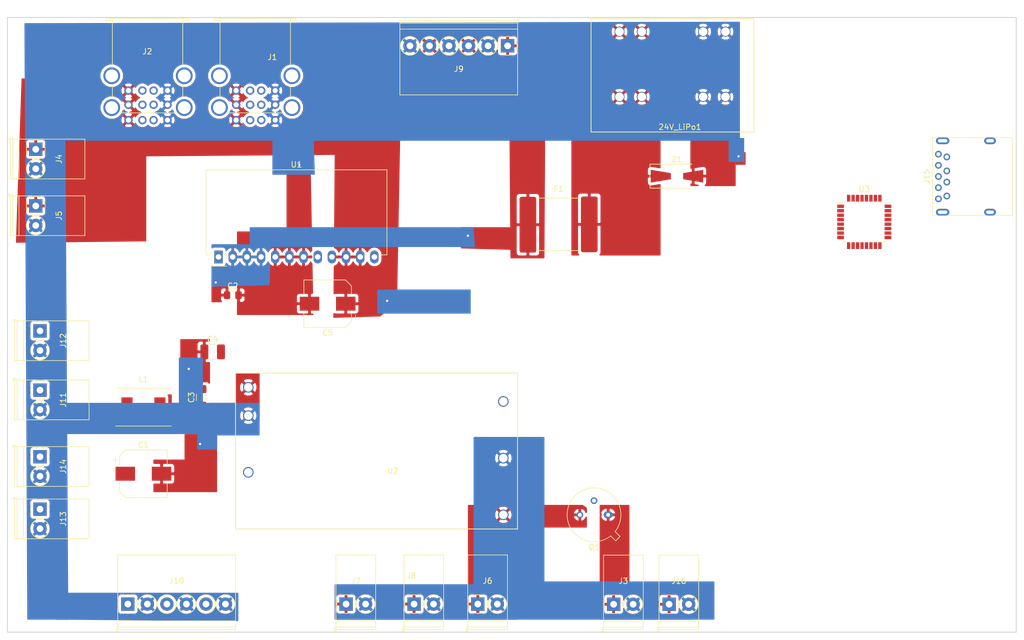
<source format=kicad_pcb>
(kicad_pcb (version 20171130) (host pcbnew "(5.0.0)")
  (layers (0 F.Cu signal) (31 B.Cu signal hide) (34 B.Paste user) (35 F.Paste user) (36 B.SilkS user) (37 F.SilkS user) (38 B.Mask user) (39 F.Mask user) (44 Edge.Cuts user))
  (net 0 "")
  (net 1 "Net-(24V_LiPo1-Pad1)")
  (net 2 GND)
  (net 3 24v)
  (net 4 "Net-(C3-Pad1)")
  (net 5 12v-)
  (net 6 5v+)
  (net 7 "Net-(J1-Pad2)")
  (net 8 "Net-(J1-Pad3)")
  (net 9 "Net-(J1-Pad5)")
  (net 10 "Net-(J2-Pad2)")
  (net 11 "Net-(J2-Pad3)")
  (net 12 "Net-(J2-Pad5)")
  (net 13 "Net-(J16-Pad1)")
  (net 14 12v+)
  (net 15 SDA0_B)
  (net 16 SDA1_B)
  (net 17 SCL1_B)
  (net 18 "Net-(J15-Pad10)")
  (module PowerBoardV5:Molex_80A (layer F.Cu) (at 142.494 34.036)
    (fp_text reference 24V_LiPo1 (at 10.824 5.412) (layer F.SilkS))
    (fp_text value Battery)
    (pad 1 thru_hole circle (at 0 0) (size 1.8 1.8) (drill 1.52) (layers *.Cu *.Mask) (net 1 "Net-(24V_LiPo1-Pad1)"))
    (pad 1 thru_hole circle (at 0 -11.68) (size 1.8 1.8) (drill 1.52) (layers *.Cu *.Mask) (net 1 "Net-(24V_LiPo1-Pad1)"))
    (pad 1 thru_hole circle (at 4 -11.68) (size 1.8 1.8) (drill 1.52) (layers *.Cu *.Mask) (net 1 "Net-(24V_LiPo1-Pad1)"))
    (pad 1 thru_hole circle (at 4 0) (size 1.8 1.8) (drill 1.52) (layers *.Cu *.Mask) (net 1 "Net-(24V_LiPo1-Pad1)"))
    (pad 2 thru_hole circle (at 15 -11.68) (size 1.8 1.8) (drill 1.52) (layers *.Cu *.Mask) (net 2 GND))
    (pad 2 thru_hole circle (at 15 0) (size 1.8 1.8) (drill 1.52) (layers *.Cu *.Mask) (net 2 GND))
    (pad 2 thru_hole circle (at 19 -11.68) (size 1.8 1.8) (drill 1.52) (layers *.Cu *.Mask) (net 2 GND))
    (pad 2 thru_hole circle (at 19 0) (size 1.8 1.8) (drill 1.52) (layers *.Cu *.Mask) (net 2 GND))
  )
  (module Capacitor_SMD:CP_Elec_8x10 (layer F.Cu) (at 57.15 101.6)
    (fp_text reference C1 (at 0 -5.2) (layer F.SilkS))
    (fp_text value 100uF)
    (pad 1 smd rect (at -3.25 0) (size 3.5 2.5) (layers F.Cu F.Paste F.Mask) (net 3 24v))
    (pad 2 smd rect (at 3.25 0) (size 3.5 2.5) (layers F.Cu F.Paste F.Mask) (net 2 GND))
  )
  (module Capacitor_SMD:C_0805_2012Metric_Pad1.15x1.40mm_HandSolder (layer F.Cu) (at 73.161 69.596)
    (fp_text reference C2 (at 0 -1.65) (layer F.SilkS))
    (fp_text value 1uF)
    (pad 1 smd roundrect (at -1.025 0) (size 1.15 1.4) (layers F.Cu F.Paste F.Mask) (roundrect_rratio 0.217391) (net 3 24v))
    (pad 2 smd roundrect (at 1.025 0) (size 1.15 1.4) (layers F.Cu F.Paste F.Mask) (roundrect_rratio 0.217391) (net 2 GND))
  )
  (module Capacitor_SMD:C_1206_3216Metric_Pad1.42x1.75mm_HandSolder (layer F.Cu) (at 67.564 87.9205 90)
    (fp_text reference C3 (at 0 -1.82 90) (layer F.SilkS))
    (fp_text value 6.8uF)
    (pad 1 smd roundrect (at -1.4875 0 90) (size 1.425 1.75) (layers F.Cu F.Paste F.Mask) (roundrect_rratio 0.175439) (net 4 "Net-(C3-Pad1)"))
    (pad 2 smd roundrect (at 1.4875 0 90) (size 1.425 1.75) (layers F.Cu F.Paste F.Mask) (roundrect_rratio 0.175439) (net 2 GND))
  )
  (module Capacitor_SMD:C_1210_3225Metric_Pad1.42x2.65mm_HandSolder (layer F.Cu) (at 69.5595 79.756)
    (fp_text reference C4 (at 0 -2.28) (layer F.SilkS))
    (fp_text value 6.8nF)
    (pad 1 smd roundrect (at -1.4875 0) (size 1.425 2.65) (layers F.Cu F.Paste F.Mask) (roundrect_rratio 0.175439) (net 2 GND))
    (pad 2 smd roundrect (at 1.4875 0) (size 1.425 2.65) (layers F.Cu F.Paste F.Mask) (roundrect_rratio 0.175439) (net 5 12v-))
  )
  (module Capacitor_SMD:CP_Elec_8x10 (layer F.Cu) (at 90.17 71.12 180)
    (fp_text reference C5 (at 0 -5.2 180) (layer F.SilkS))
    (fp_text value 100uF)
    (pad 2 smd rect (at 3.25 0 180) (size 3.5 2.5) (layers F.Cu F.Paste F.Mask) (net 2 GND))
    (pad 1 smd rect (at -3.25 0 180) (size 3.5 2.5) (layers F.Cu F.Paste F.Mask) (net 6 5v+))
  )
  (module PowerBoardV5:80A_SMD_Fuse (layer F.Cu) (at 131.572 56.896)
    (fp_text reference F1 (at 0 -6.35) (layer F.SilkS))
    (fp_text value 80A)
    (pad 1 smd roundrect (at -5.5 0.0635) (size 3 10) (layers F.Cu F.Paste F.Mask) (roundrect_rratio 0.119) (net 3 24v))
    (pad 2 smd roundrect (at 5.5 0) (size 3 10) (layers F.Cu F.Paste F.Mask) (roundrect_rratio 0.119) (net 1 "Net-(24V_LiPo1-Pad1)"))
  )
  (module PowerBoardV5:USB_A_PowerONLY_3Stacked (layer F.Cu) (at 80.772 35.56)
    (fp_text reference J1 (at -0.508 -8.636) (layer F.SilkS))
    (fp_text value Pi+Jet)
    (pad 1 thru_hole circle (at -7 -2.65 180) (size 1.5 1.5) (drill 0.92) (layers *.Cu *.Mask) (net 6 5v+))
    (pad 2 thru_hole circle (at -4.5 -2.65 180) (size 1.5 1.5) (drill 0.92) (layers *.Cu *.Mask) (net 7 "Net-(J1-Pad2)"))
    (pad 3 thru_hole circle (at -2.5 -2.65 180) (size 1.5 1.5) (drill 0.92) (layers *.Cu *.Mask) (net 8 "Net-(J1-Pad3)"))
    (pad 4 thru_hole circle (at 0 -2.65 180) (size 1.5 1.5) (drill 0.9) (layers *.Cu *.Mask) (net 2 GND))
    (pad 5 thru_hole circle (at -10 -5.3 180) (size 3 3) (drill 2.3) (layers *.Cu *.Mask) (net 9 "Net-(J1-Pad5)"))
    (pad 5 thru_hole circle (at 3 -5.3 180) (size 3 3) (drill 2.3) (layers *.Cu *.Mask) (net 9 "Net-(J1-Pad5)"))
    (pad 1 thru_hole circle (at -7 -0.1016 180) (size 1.5 1.5) (drill 0.92) (layers *.Cu *.Mask) (net 6 5v+))
    (pad 2 thru_hole circle (at -4.5 -0.1016 180) (size 1.5 1.5) (drill 0.92) (layers *.Cu *.Mask) (net 7 "Net-(J1-Pad2)"))
    (pad 3 thru_hole circle (at -2.5 -0.1016 180) (size 1.5 1.5) (drill 0.92) (layers *.Cu *.Mask) (net 8 "Net-(J1-Pad3)"))
    (pad 4 thru_hole circle (at 0 -0.1016 180) (size 1.5 1.5) (drill 0.9) (layers *.Cu *.Mask) (net 2 GND))
    (pad 5 thru_hole circle (at 3 0.4 180) (size 3 3) (drill 2.3) (layers *.Cu *.Mask) (net 9 "Net-(J1-Pad5)"))
    (pad 5 thru_hole circle (at -10 0.4 180) (size 3 3) (drill 2.3) (layers *.Cu *.Mask) (net 9 "Net-(J1-Pad5)"))
    (pad 1 thru_hole circle (at -7 2.65 180) (size 1.5 1.5) (drill 0.92) (layers *.Cu *.Mask) (net 6 5v+))
    (pad 3 thru_hole circle (at -2.5 2.65 180) (size 1.5 1.5) (drill 0.92) (layers *.Cu *.Mask) (net 8 "Net-(J1-Pad3)"))
    (pad 2 thru_hole circle (at -4.5 2.65 180) (size 1.5 1.5) (drill 0.92) (layers *.Cu *.Mask) (net 7 "Net-(J1-Pad2)"))
    (pad 4 thru_hole circle (at 0 2.65 180) (size 1.5 1.5) (drill 0.9) (layers *.Cu *.Mask) (net 2 GND))
  )
  (module PowerBoardV5:USB_A_PowerONLY_3Stacked (layer F.Cu) (at 61.468 35.56)
    (fp_text reference J2 (at -3.6195 -9.652) (layer F.SilkS))
    (fp_text value "USB xtra")
    (pad 4 thru_hole circle (at 0 2.65 180) (size 1.5 1.5) (drill 0.9) (layers *.Cu *.Mask) (net 2 GND))
    (pad 2 thru_hole circle (at -4.5 2.65 180) (size 1.5 1.5) (drill 0.92) (layers *.Cu *.Mask) (net 10 "Net-(J2-Pad2)"))
    (pad 3 thru_hole circle (at -2.5 2.65 180) (size 1.5 1.5) (drill 0.92) (layers *.Cu *.Mask) (net 11 "Net-(J2-Pad3)"))
    (pad 1 thru_hole circle (at -7 2.65 180) (size 1.5 1.5) (drill 0.92) (layers *.Cu *.Mask) (net 6 5v+))
    (pad 5 thru_hole circle (at -10 0.4 180) (size 3 3) (drill 2.3) (layers *.Cu *.Mask) (net 12 "Net-(J2-Pad5)"))
    (pad 5 thru_hole circle (at 3 0.4 180) (size 3 3) (drill 2.3) (layers *.Cu *.Mask) (net 12 "Net-(J2-Pad5)"))
    (pad 4 thru_hole circle (at 0 -0.1016 180) (size 1.5 1.5) (drill 0.9) (layers *.Cu *.Mask) (net 2 GND))
    (pad 3 thru_hole circle (at -2.5 -0.1016 180) (size 1.5 1.5) (drill 0.92) (layers *.Cu *.Mask) (net 11 "Net-(J2-Pad3)"))
    (pad 2 thru_hole circle (at -4.5 -0.1016 180) (size 1.5 1.5) (drill 0.92) (layers *.Cu *.Mask) (net 10 "Net-(J2-Pad2)"))
    (pad 1 thru_hole circle (at -7 -0.1016 180) (size 1.5 1.5) (drill 0.92) (layers *.Cu *.Mask) (net 6 5v+))
    (pad 5 thru_hole circle (at 3 -5.3 180) (size 3 3) (drill 2.3) (layers *.Cu *.Mask) (net 12 "Net-(J2-Pad5)"))
    (pad 5 thru_hole circle (at -10 -5.3 180) (size 3 3) (drill 2.3) (layers *.Cu *.Mask) (net 12 "Net-(J2-Pad5)"))
    (pad 4 thru_hole circle (at 0 -2.65 180) (size 1.5 1.5) (drill 0.9) (layers *.Cu *.Mask) (net 2 GND))
    (pad 3 thru_hole circle (at -2.5 -2.65 180) (size 1.5 1.5) (drill 0.92) (layers *.Cu *.Mask) (net 11 "Net-(J2-Pad3)"))
    (pad 2 thru_hole circle (at -4.5 -2.65 180) (size 1.5 1.5) (drill 0.92) (layers *.Cu *.Mask) (net 10 "Net-(J2-Pad2)"))
    (pad 1 thru_hole circle (at -7 -2.65 180) (size 1.5 1.5) (drill 0.92) (layers *.Cu *.Mask) (net 6 5v+))
  )
  (module PowerBoardV5:2Pos_Tilt_Pheonix (layer F.Cu) (at 141.438177 125.001364)
    (fp_text reference J3 (at 1.75 -4.16) (layer F.SilkS))
    (fp_text value Fans)
    (pad 2 thru_hole circle (at 3.5 0) (size 2.4 2.4) (drill 1.2) (layers *.Cu *.Mask) (net 5 12v-))
    (pad 1 thru_hole rect (at 0 0) (size 2.4 2.4) (drill 1.2) (layers *.Cu *.Mask) (net 13 "Net-(J16-Pad1)"))
  )
  (module PowerBoardV5:2Pos_Tilt_Pheonix (layer F.Cu) (at 37.846 43.434 270)
    (fp_text reference J4 (at 1.75 -4.16 270) (layer F.SilkS))
    (fp_text value "5v xtra")
    (pad 2 thru_hole circle (at 3.5 0 270) (size 2.4 2.4) (drill 1.2) (layers *.Cu *.Mask) (net 2 GND))
    (pad 1 thru_hole rect (at 0 0 270) (size 2.4 2.4) (drill 1.2) (layers *.Cu *.Mask) (net 6 5v+))
  )
  (module PowerBoardV5:2Pos_Tilt_Pheonix (layer F.Cu) (at 37.846 53.594 270)
    (fp_text reference J5 (at 1.75 -4.16 270) (layer F.SilkS))
    (fp_text value "5v xtra")
    (pad 1 thru_hole rect (at 0 0 270) (size 2.4 2.4) (drill 1.2) (layers *.Cu *.Mask) (net 6 5v+))
    (pad 2 thru_hole circle (at 3.5 0 270) (size 2.4 2.4) (drill 1.2) (layers *.Cu *.Mask) (net 2 GND))
  )
  (module PowerBoardV5:2Pos_Tilt_Pheonix (layer F.Cu) (at 117.094 124.968)
    (fp_text reference J6 (at 1.75 -4.16) (layer F.SilkS))
    (fp_text value ETH)
    (pad 1 thru_hole rect (at 0 0) (size 2.4 2.4) (drill 1.2) (layers *.Cu *.Mask) (net 14 12v+))
    (pad 2 thru_hole circle (at 3.5 0) (size 2.4 2.4) (drill 1.2) (layers *.Cu *.Mask) (net 5 12v-))
  )
  (module PowerBoardV5:2Pos_Tilt_Pheonix (layer F.Cu) (at 93.472 124.968)
    (fp_text reference J7 (at 1.75 -4.16) (layer F.SilkS))
    (fp_text value "12v xtra")
    (pad 2 thru_hole circle (at 3.5 0) (size 2.4 2.4) (drill 1.2) (layers *.Cu *.Mask) (net 5 12v-))
    (pad 1 thru_hole rect (at 0 0) (size 2.4 2.4) (drill 1.2) (layers *.Cu *.Mask) (net 14 12v+))
  )
  (module PowerBoardV5:2Pos_Tilt_Pheonix (layer F.Cu) (at 105.664 124.968)
    (fp_text reference J8 (at -0.508 -5.08) (layer F.SilkS))
    (fp_text value "12v xtra")
    (pad 2 thru_hole circle (at 3.5 0) (size 2.4 2.4) (drill 1.2) (layers *.Cu *.Mask) (net 5 12v-))
    (pad 1 thru_hole rect (at 0 0) (size 2.4 2.4) (drill 1.2) (layers *.Cu *.Mask) (net 14 12v+))
  )
  (module PowerBoardV5:6Pos_Tilt_Pheonix (layer F.Cu) (at 122.428 24.892 180)
    (fp_text reference J9 (at 8.75 -4.16 180) (layer F.SilkS))
    (fp_text value "Motors Right terminal")
    (pad 1 thru_hole rect (at 0 0 180) (size 2.4 2.4) (drill 1.2) (layers *.Cu *.Mask) (net 3 24v))
    (pad 2 thru_hole circle (at 3.5 0 180) (size 2.4 2.4) (drill 1.2) (layers *.Cu *.Mask) (net 2 GND))
    (pad 3 thru_hole circle (at 7 0 180) (size 2.4 2.4) (drill 1.2) (layers *.Cu *.Mask) (net 3 24v))
    (pad 4 thru_hole circle (at 10.5 0 180) (size 2.4 2.4) (drill 1.2) (layers *.Cu *.Mask) (net 2 GND))
    (pad 5 thru_hole circle (at 14 0 180) (size 2.4 2.4) (drill 1.2) (layers *.Cu *.Mask) (net 3 24v))
    (pad 6 thru_hole circle (at 17.5 0 180) (size 2.4 2.4) (drill 1.2) (layers *.Cu *.Mask) (net 2 GND))
  )
  (module PowerBoardV5:6Pos_Tilt_Pheonix (layer F.Cu) (at 54.356 124.968)
    (fp_text reference J10 (at 8.75 -4.16) (layer F.SilkS))
    (fp_text value "Motors left terminal")
    (pad 6 thru_hole circle (at 17.5 0) (size 2.4 2.4) (drill 1.2) (layers *.Cu *.Mask) (net 2 GND))
    (pad 5 thru_hole circle (at 14 0) (size 2.4 2.4) (drill 1.2) (layers *.Cu *.Mask) (net 3 24v))
    (pad 4 thru_hole circle (at 10.5 0) (size 2.4 2.4) (drill 1.2) (layers *.Cu *.Mask) (net 2 GND))
    (pad 3 thru_hole circle (at 7 0) (size 2.4 2.4) (drill 1.2) (layers *.Cu *.Mask) (net 3 24v))
    (pad 2 thru_hole circle (at 3.5 0) (size 2.4 2.4) (drill 1.2) (layers *.Cu *.Mask) (net 2 GND))
    (pad 1 thru_hole rect (at 0 0) (size 2.4 2.4) (drill 1.2) (layers *.Cu *.Mask) (net 3 24v))
  )
  (module PowerBoardV5:2Pos_Tilt_Pheonix (layer F.Cu) (at 38.608 86.614 270)
    (fp_text reference J11 (at 1.75 -4.16 270) (layer F.SilkS))
    (fp_text value "Arm 24v")
    (pad 2 thru_hole circle (at 3.5 0 270) (size 2.4 2.4) (drill 1.2) (layers *.Cu *.Mask) (net 2 GND))
    (pad 1 thru_hole rect (at 0 0 270) (size 2.4 2.4) (drill 1.2) (layers *.Cu *.Mask) (net 3 24v))
  )
  (module PowerBoardV5:2Pos_Tilt_Pheonix (layer F.Cu) (at 38.608 76.002 270)
    (fp_text reference J12 (at 1.75 -4.16 270) (layer F.SilkS))
    (fp_text value "Fr. Atch 24v")
    (pad 1 thru_hole rect (at 0 0 270) (size 2.4 2.4) (drill 1.2) (layers *.Cu *.Mask) (net 3 24v))
    (pad 2 thru_hole circle (at 3.5 0 270) (size 2.4 2.4) (drill 1.2) (layers *.Cu *.Mask) (net 2 GND))
  )
  (module PowerBoardV5:2Pos_Tilt_Pheonix (layer F.Cu) (at 38.608 107.95 270)
    (fp_text reference J13 (at 1.75 -4.16 270) (layer F.SilkS))
    (fp_text value "24v xtra")
    (pad 1 thru_hole rect (at 0 0 270) (size 2.4 2.4) (drill 1.2) (layers *.Cu *.Mask) (net 3 24v))
    (pad 2 thru_hole circle (at 3.5 0 270) (size 2.4 2.4) (drill 1.2) (layers *.Cu *.Mask) (net 2 GND))
  )
  (module PowerBoardV5:2Pos_Tilt_Pheonix (layer F.Cu) (at 38.608 98.552 270)
    (fp_text reference J14 (at 1.75 -4.16 270) (layer F.SilkS))
    (fp_text value "24v xtra")
    (pad 1 thru_hole rect (at 0 0 270) (size 2.4 2.4) (drill 1.2) (layers *.Cu *.Mask) (net 3 24v))
    (pad 2 thru_hole circle (at 3.5 0 270) (size 2.4 2.4) (drill 1.2) (layers *.Cu *.Mask) (net 2 GND))
  )
  (module Connector_USB:USB3_A_Molex_48393-001 (layer F.Cu) (at 201.168 51.816 90)
    (fp_text reference J15 (at 3.5 -3.6 90) (layer F.SilkS))
    (fp_text value USB3_A)
    (pad 1 thru_hole circle (at 0 0 90) (size 1.2 1.2) (drill 0.7) (layers *.Cu *.Mask))
    (pad 2 thru_hole circle (at 2.5 0 90) (size 1.2 1.2) (drill 0.7) (layers *.Cu *.Mask) (net 15 SDA0_B))
    (pad 3 thru_hole circle (at 4.5 0 90) (size 1.2 1.2) (drill 0.7) (layers *.Cu *.Mask) (net 16 SDA1_B))
    (pad 4 thru_hole circle (at 7 0 90) (size 1.2 1.2) (drill 0.7) (layers *.Cu *.Mask))
    (pad 5 thru_hole circle (at 7.5 -1.5 90) (size 1.2 1.2) (drill 0.7) (layers *.Cu *.Mask))
    (pad 6 thru_hole circle (at 5.5 -1.5 90) (size 1.2 1.2) (drill 0.7) (layers *.Cu *.Mask))
    (pad 7 thru_hole circle (at 3.5 -1.5 90) (size 1.2 1.2) (drill 0.7) (layers *.Cu *.Mask))
    (pad 8 thru_hole circle (at 1.5 -1.5 90) (size 1.2 1.2) (drill 0.7) (layers *.Cu *.Mask) (net 17 SCL1_B))
    (pad 9 thru_hole circle (at -0.5 -1.5 90) (size 1.2 1.2) (drill 0.7) (layers *.Cu *.Mask))
    (pad 10 thru_hole oval (at 9.9 -0.75 90) (size 1.2 2.4) (drill oval 0.6 1.7) (layers *.Cu *.Mask) (net 18 "Net-(J15-Pad10)"))
    (pad 10 thru_hole oval (at -2.9 -0.75 90) (size 1.2 2.4) (drill oval 0.6 1.7) (layers *.Cu *.Mask) (net 18 "Net-(J15-Pad10)"))
    (pad 10 thru_hole oval (at 9.9 7.75 90) (size 1.2 2.1) (drill oval 0.6 1.4) (layers *.Cu *.Mask) (net 18 "Net-(J15-Pad10)"))
    (pad 10 thru_hole oval (at -2.9 7.75 90) (size 1.2 2.1) (drill oval 0.6 1.4) (layers *.Cu *.Mask) (net 18 "Net-(J15-Pad10)"))
  )
  (module PowerBoardV5:2Pos_Tilt_Pheonix (layer F.Cu) (at 151.384 125.001364)
    (fp_text reference J16 (at 1.75 -4.16) (layer F.SilkS))
    (fp_text value Fans)
    (pad 1 thru_hole rect (at 0 0) (size 2.4 2.4) (drill 1.2) (layers *.Cu *.Mask) (net 13 "Net-(J16-Pad1)"))
    (pad 2 thru_hole circle (at 3.5 0) (size 2.4 2.4) (drill 1.2) (layers *.Cu *.Mask) (net 5 12v-))
  )
  (module PowerBoardV5:Inductor_4.7uH (layer F.Cu) (at 57.15 89.662)
    (fp_text reference L1 (at 0 -5) (layer F.SilkS))
    (fp_text value 4.7uH)
    (pad 1 smd rect (at -2.95 0) (size 2 3.5) (layers F.Cu F.Paste F.Mask) (net 3 24v))
    (pad 2 smd rect (at 2.95 0) (size 2 3.5) (layers F.Cu F.Paste F.Mask) (net 4 "Net-(C3-Pad1)"))
  )
  (module Package_TO_SOT_THT:TO-39-3 (layer F.Cu) (at 140.462 108.966 180)
    (fp_text reference Q1 (at 2.54 -5.82 180) (layer F.SilkS))
    (fp_text value 2N2219)
    (pad 1 thru_hole oval (at 0 0 180) (size 1.6 1.2) (drill 0.7) (layers *.Cu *.Mask) (net 13 "Net-(J16-Pad1)"))
    (pad 2 thru_hole oval (at 2.54 2.54 180) (size 1.2 1.2) (drill 0.7) (layers *.Cu *.Mask))
    (pad 3 thru_hole oval (at 5.08 0 180) (size 1.2 1.2) (drill 0.7) (layers *.Cu *.Mask) (net 14 12v+))
  )
  (module Converter_DCDC:Converter_DCDC_RECOM_R5xxxDA_THT (layer F.Cu) (at 70.612 62.738)
    (fp_text reference U1 (at 13.97 -16.56) (layer F.SilkS))
    (fp_text value R-745)
    (pad 1 thru_hole rect (at 0 0) (size 1.5 2.3) (drill 1) (layers *.Cu *.Mask))
    (pad 2 thru_hole oval (at 2.54 0) (size 1.5 2.3) (drill 1) (layers *.Cu *.Mask) (net 3 24v))
    (pad 3 thru_hole oval (at 5.08 0) (size 1.5 2.3) (drill 1) (layers *.Cu *.Mask) (net 3 24v))
    (pad 4 thru_hole oval (at 7.62 0) (size 1.5 2.3) (drill 1) (layers *.Cu *.Mask) (net 3 24v))
    (pad 5 thru_hole oval (at 10.16 0) (size 1.5 2.3) (drill 1) (layers *.Cu *.Mask) (net 2 GND))
    (pad 6 thru_hole oval (at 12.7 0) (size 1.5 2.3) (drill 1) (layers *.Cu *.Mask) (net 2 GND))
    (pad 7 thru_hole oval (at 15.24 0) (size 1.5 2.3) (drill 1) (layers *.Cu *.Mask) (net 2 GND))
    (pad 8 thru_hole oval (at 17.78 0) (size 1.5 2.3) (drill 1) (layers *.Cu *.Mask) (net 2 GND))
    (pad 9 thru_hole oval (at 20.32 0) (size 1.5 2.3) (drill 1) (layers *.Cu *.Mask) (net 6 5v+))
    (pad 10 thru_hole oval (at 22.86 0) (size 1.5 2.3) (drill 1) (layers *.Cu *.Mask) (net 6 5v+))
    (pad 11 thru_hole oval (at 25.4 0) (size 1.5 2.3) (drill 1) (layers *.Cu *.Mask) (net 6 5v+))
    (pad 12 thru_hole oval (at 27.94 0) (size 1.5 2.3) (drill 1) (layers *.Cu *.Mask))
  )
  (module PowerBoardV5:RPA60 (layer F.Cu) (at 75.946 86.106 180)
    (fp_text reference U2 (at -25.908 -14.986 180) (layer F.SilkS))
    (fp_text value RPA60-2412SFW)
    (pad 1 thru_hole circle (at 0 0) (size 1.9 1.9) (drill 1.5) (layers *.Cu *.Mask) (net 4 "Net-(C3-Pad1)"))
    (pad 2 thru_hole circle (at 0 -5.08) (size 1.9 1.9) (drill 1.5) (layers *.Cu *.Mask) (net 2 GND))
    (pad 3 thru_hole circle (at 0 -15.24) (size 1.9 1.9) (drill 1.5) (layers *.Cu *.Mask))
    (pad 4 thru_hole circle (at -45.72 -2.54) (size 1.9 1.9) (drill 1.5) (layers *.Cu *.Mask))
    (pad 5 thru_hole circle (at -45.72 -12.7) (size 1.9 1.9) (drill 1.5) (layers *.Cu *.Mask) (net 5 12v-))
    (pad 6 thru_hole circle (at -45.72 -22.86) (size 1.9 1.9) (drill 1.5) (layers *.Cu *.Mask) (net 14 12v+))
  )
  (module Package_QFP:LQFP-32_7x7mm_P0.8mm (layer F.Cu) (at 186.368 56.458)
    (fp_text reference U3 (at 0 -5.85) (layer F.SilkS))
    (fp_text value STM8S003K3T)
    (pad 1 smd rect (at -4.25 -2.8) (size 1.2 0.6) (layers F.Cu F.Paste F.Mask))
    (pad 2 smd rect (at -4.25 -2) (size 1.2 0.6) (layers F.Cu F.Paste F.Mask))
    (pad 3 smd rect (at -4.25 -1.2) (size 1.2 0.6) (layers F.Cu F.Paste F.Mask))
    (pad 4 smd rect (at -4.25 -0.4) (size 1.2 0.6) (layers F.Cu F.Paste F.Mask) (net 2 GND))
    (pad 5 smd rect (at -4.25 0.4) (size 1.2 0.6) (layers F.Cu F.Paste F.Mask))
    (pad 6 smd rect (at -4.25 1.2) (size 1.2 0.6) (layers F.Cu F.Paste F.Mask))
    (pad 7 smd rect (at -4.25 2) (size 1.2 0.6) (layers F.Cu F.Paste F.Mask) (net 6 5v+))
    (pad 8 smd rect (at -4.25 2.8) (size 1.2 0.6) (layers F.Cu F.Paste F.Mask) (net 15 SDA0_B))
    (pad 9 smd rect (at -2.8 4.25 90) (size 1.2 0.6) (layers F.Cu F.Paste F.Mask))
    (pad 10 smd rect (at -2 4.25 90) (size 1.2 0.6) (layers F.Cu F.Paste F.Mask))
    (pad 11 smd rect (at -1.2 4.25 90) (size 1.2 0.6) (layers F.Cu F.Paste F.Mask))
    (pad 12 smd rect (at -0.4 4.25 90) (size 1.2 0.6) (layers F.Cu F.Paste F.Mask))
    (pad 13 smd rect (at 0.4 4.25 90) (size 1.2 0.6) (layers F.Cu F.Paste F.Mask))
    (pad 14 smd rect (at 1.2 4.25 90) (size 1.2 0.6) (layers F.Cu F.Paste F.Mask))
    (pad 15 smd rect (at 2 4.25 90) (size 1.2 0.6) (layers F.Cu F.Paste F.Mask))
    (pad 16 smd rect (at 2.8 4.25 90) (size 1.2 0.6) (layers F.Cu F.Paste F.Mask))
    (pad 17 smd rect (at 4.25 2.8) (size 1.2 0.6) (layers F.Cu F.Paste F.Mask))
    (pad 18 smd rect (at 4.25 2) (size 1.2 0.6) (layers F.Cu F.Paste F.Mask))
    (pad 19 smd rect (at 4.25 1.2) (size 1.2 0.6) (layers F.Cu F.Paste F.Mask))
    (pad 20 smd rect (at 4.25 0.4) (size 1.2 0.6) (layers F.Cu F.Paste F.Mask))
    (pad 21 smd rect (at 4.25 -0.4) (size 1.2 0.6) (layers F.Cu F.Paste F.Mask))
    (pad 22 smd rect (at 4.25 -1.2) (size 1.2 0.6) (layers F.Cu F.Paste F.Mask))
    (pad 23 smd rect (at 4.25 -2) (size 1.2 0.6) (layers F.Cu F.Paste F.Mask) (net 16 SDA1_B))
    (pad 24 smd rect (at 4.25 -2.8) (size 1.2 0.6) (layers F.Cu F.Paste F.Mask) (net 17 SCL1_B))
    (pad 25 smd rect (at 2.8 -4.25 90) (size 1.2 0.6) (layers F.Cu F.Paste F.Mask))
    (pad 26 smd rect (at 2 -4.25 90) (size 1.2 0.6) (layers F.Cu F.Paste F.Mask))
    (pad 27 smd rect (at 1.2 -4.25 90) (size 1.2 0.6) (layers F.Cu F.Paste F.Mask))
    (pad 28 smd rect (at 0.4 -4.25 90) (size 1.2 0.6) (layers F.Cu F.Paste F.Mask))
    (pad 29 smd rect (at -0.4 -4.25 90) (size 1.2 0.6) (layers F.Cu F.Paste F.Mask))
    (pad 30 smd rect (at -1.2 -4.25 90) (size 1.2 0.6) (layers F.Cu F.Paste F.Mask))
    (pad 31 smd rect (at -2 -4.25 90) (size 1.2 0.6) (layers F.Cu F.Paste F.Mask))
    (pad 32 smd rect (at -2.8 -4.25 90) (size 1.2 0.6) (layers F.Cu F.Paste F.Mask))
  )
  (module Diode_SMD:D_SMA-SMB_Universal_Handsoldering (layer F.Cu) (at 152.802 48.26)
    (fp_text reference Z1 (at 0 -3) (layer F.SilkS))
    (fp_text value 3w)
    (pad 1 smd trapezoid (at -2.9 0) (size 3.6 1.7) (rect_delta 0.6 0) (layers F.Cu F.Paste F.Mask) (net 1 "Net-(24V_LiPo1-Pad1)"))
    (pad 2 smd trapezoid (at 2.9 0 180) (size 3.6 1.7) (rect_delta 0.6 0) (layers F.Cu F.Paste F.Mask) (net 2 GND))
  )
  (gr_line (start 213.614 19.812) (end 50.292 19.812) (layer Edge.Cuts) (width 0.15))
  (gr_line (start 213.614 130) (end 213.614 19.812) (layer Edge.Cuts) (width 0.15))
  (gr_line (start 32.766 130) (end 213.614 130) (layer Edge.Cuts) (width 0.15))
  (gr_line (start 32.766 19.812) (end 32.766 130) (layer Edge.Cuts) (width 0.15))
  (gr_line (start 50.546 19.812) (end 32.766 19.812) (layer Edge.Cuts) (width 0.15))
  (via (at 163.83 44.704) (size 0.8) (drill 0.4) (layers F.Cu B.Cu) (net 2))
  (via (at 85.09 46.228) (size 0.8) (drill 0.4) (layers F.Cu B.Cu) (net 2))
  (via (at 65.278 82.804) (size 0.8) (drill 0.4) (layers F.Cu B.Cu) (net 2))
  (via (at 67.31 96.266) (size 0.8) (drill 0.4) (layers F.Cu B.Cu) (net 2))
  (via (at 70.104 67.31) (size 0.8) (drill 0.4) (layers F.Cu B.Cu) (net 3))
  (via (at 115.316 58.928) (size 0.8) (drill 0.4) (layers F.Cu B.Cu) (net 3))
  (via (at 100.838 70.612) (size 0.8) (drill 0.4) (layers F.Cu B.Cu) (net 6))
  (zone (net 1) (net_name "Net-(24V_LiPo1-Pad1)") (layer F.Cu) (connect_pads (clearance 0.508)) (min_thickness 0.254) (fill yes (arc_segments 16) (thermal_gap 0.508) (thermal_bridge_width 0.508))
    (polygon (pts (xy 139.446 20.828) (xy 149.86 20.828) (xy 149.86 62.484) (xy 133.858 62.484) (xy 133.858 20.828)))
  )
  (zone (net 3) (net_name 24v) (layer F.Cu) (connect_pads (clearance 0.508)) (min_thickness 0.254) (fill yes (arc_segments 16) (thermal_gap 0.508) (thermal_bridge_width 0.508))
    (polygon (pts (xy 129.032 62.992) (xy 122.936 62.992) (xy 122.682 28.956) (xy 105.664 28.956) (xy 105.664 21.59) (xy 129.286 21.59)))
  )
  (zone (net 2) (net_name GND) (layer F.Cu) (connect_pads (clearance 0.508)) (min_thickness 0.254) (fill yes (arc_segments 16) (thermal_gap 0.508) (thermal_bridge_width 0.508))
    (polygon (pts (xy 155.194 20.828) (xy 163.322 20.828) (xy 163.322 50.038) (xy 155.194 50.038)))
  )
  (zone (net 2) (net_name GND) (layer B.Cu) (connect_pads (clearance 0.508)) (min_thickness 0.254) (fill yes (arc_segments 16) (thermal_gap 0.508) (thermal_bridge_width 0.508))
    (polygon (pts (xy 36.322 127.762) (xy 43.688 127.762) (xy 43.18 41.91) (xy 164.084 41.91) (xy 164.084 20.574) (xy 35.814 20.828)))
  )
  (zone (net 6) (net_name 5v+) (layer F.Cu) (connect_pads (clearance 0.508)) (min_thickness 0.254) (fill yes (arc_segments 16) (thermal_gap 0.508) (thermal_bridge_width 0.508))
    (polygon (pts (xy 99.568 73.406) (xy 102.616 71.12) (xy 103.378 30.734) (xy 35.306 30.734) (xy 34.29 60.198) (xy 57.658 59.944) (xy 57.658 44.704) (xy 91.186 44.45) (xy 91.44 44.45) (xy 91.186 73.66)))
  )
  (zone (net 2) (net_name GND) (layer B.Cu) (connect_pads (clearance 0.508)) (min_thickness 0.254) (fill yes (arc_segments 16) (thermal_gap 0.508) (thermal_bridge_width 0.508))
    (polygon (pts (xy 162.052 41.402) (xy 162.052 45.72) (xy 164.846 45.72) (xy 164.846 41.402)))
  )
  (zone (net 2) (net_name GND) (layer F.Cu) (connect_pads (clearance 0.508)) (min_thickness 0.254) (fill yes (arc_segments 16) (thermal_gap 0.508) (thermal_bridge_width 0.508))
    (polygon (pts (xy 163.322 43.942) (xy 165.1 43.942) (xy 165.1 46.228) (xy 163.322 46.228)))
  )
  (zone (net 2) (net_name GND) (layer F.Cu) (connect_pads (clearance 0.508)) (min_thickness 0.254) (fill yes (arc_segments 16) (thermal_gap 0.508) (thermal_bridge_width 0.508))
    (polygon (pts (xy 87.63 73.152) (xy 73.914 73.152) (xy 73.914 58.166) (xy 82.804 58.166) (xy 82.804 49.022) (xy 82.804 45.72) (xy 87.122 45.72)))
  )
  (zone (net 3) (net_name 24v) (layer F.Cu) (connect_pads (clearance 0.508)) (min_thickness 0.254) (fill yes (arc_segments 16) (thermal_gap 0.508) (thermal_bridge_width 0.508))
    (polygon (pts (xy 71.882 70.866) (xy 69.342 70.866) (xy 69.342 66.548) (xy 71.882 66.548) (xy 72.39 66.548) (xy 72.39 70.866)))
  )
  (zone (net 3) (net_name 24v) (layer B.Cu) (connect_pads (clearance 0.508)) (min_thickness 0.254) (fill yes (arc_segments 16) (thermal_gap 0.508) (thermal_bridge_width 0.508))
    (polygon (pts (xy 69.342 68.072) (xy 69.342 60.452) (xy 76.2 60.452) (xy 76.2 57.404) (xy 116.332 57.404) (xy 116.586 60.96) (xy 80.01 60.96) (xy 79.756 67.818)))
  )
  (zone (net 3) (net_name 24v) (layer F.Cu) (connect_pads (clearance 0.508)) (min_thickness 0.254) (fill yes (arc_segments 16) (thermal_gap 0.508) (thermal_bridge_width 0.508))
    (polygon (pts (xy 122.936 57.404) (xy 114.046 57.404) (xy 114.046 61.214) (xy 123.19 61.468)))
  )
  (zone (net 2) (net_name GND) (layer B.Cu) (connect_pads (clearance 0.508)) (min_thickness 0.254) (fill yes (arc_segments 16) (thermal_gap 0.508) (thermal_bridge_width 0.508))
    (polygon (pts (xy 80.264 41.656) (xy 80.264 48.006) (xy 87.884 48.006) (xy 87.63 40.64) (xy 80.264 40.64)))
  )
  (zone (net 2) (net_name GND) (layer B.Cu) (connect_pads (clearance 0.508)) (min_thickness 0.254) (fill yes (arc_segments 16) (thermal_gap 0.508) (thermal_bridge_width 0.508))
    (polygon (pts (xy 43.688 122.936) (xy 74.168 122.936) (xy 74.168 128.016) (xy 41.402 127.762) (xy 41.402 122.936)))
  )
  (zone (net 14) (net_name 12v+) (layer F.Cu) (connect_pads (clearance 0.508)) (min_thickness 0.254) (fill yes (arc_segments 16) (thermal_gap 0.508) (thermal_bridge_width 0.508))
    (polygon (pts (xy 136.652 107.696) (xy 136.652 111.252) (xy 124.206 111.252) (xy 124.206 127.762) (xy 91.44 127.762) (xy 91.44 121.666) (xy 115.316 121.666) (xy 115.316 107.188) (xy 135.89 107.188)))
  )
  (zone (net 6) (net_name 5v+) (layer B.Cu) (connect_pads (clearance 0.508)) (min_thickness 0.254) (fill yes (arc_segments 16) (thermal_gap 0.508) (thermal_bridge_width 0.508))
    (polygon (pts (xy 99.06 68.58) (xy 99.06 72.898) (xy 115.824 72.898) (xy 115.824 68.58)))
  )
  (zone (net 5) (net_name 12v-) (layer B.Cu) (connect_pads (clearance 0.508)) (min_thickness 0.254) (fill yes (arc_segments 16) (thermal_gap 0.508) (thermal_bridge_width 0.508))
    (polygon (pts (xy 91.44 121.412) (xy 91.44 127.762) (xy 159.512 127.762) (xy 159.512 120.904) (xy 129.032 120.904) (xy 129.032 94.996) (xy 116.332 94.996) (xy 116.332 121.412)))
  )
  (zone (net 13) (net_name "Net-(J16-Pad1)") (layer F.Cu) (connect_pads (clearance 0.508)) (min_thickness 0.254) (fill yes (arc_segments 16) (thermal_gap 0.508) (thermal_bridge_width 0.508))
    (polygon (pts (xy 138.938 107.188) (xy 138.938 127.762) (xy 155.194 127.762) (xy 155.194 121.666) (xy 144.272 121.666) (xy 144.272 107.188)))
  )
  (zone (net 2) (net_name GND) (layer B.Cu) (connect_pads (clearance 0.508)) (min_thickness 0.254) (fill yes (arc_segments 16) (thermal_gap 0.508) (thermal_bridge_width 0.508))
    (polygon (pts (xy 77.978 88.9) (xy 77.978 94.742) (xy 70.358 94.742) (xy 70.358 97.282) (xy 66.802 97.282) (xy 66.802 94.488) (xy 41.402 94.488) (xy 41.402 88.9) (xy 63.5 88.9) (xy 63.5 80.772) (xy 67.818 80.772) (xy 67.818 88.9)))
  )
  (zone (net 2) (net_name GND) (layer F.Cu) (connect_pads (clearance 0.508)) (min_thickness 0.254) (fill yes (arc_segments 16) (thermal_gap 0.508) (thermal_bridge_width 0.508))
    (polygon (pts (xy 70.358 94.488) (xy 64.516 94.488) (xy 64.516 99.06) (xy 58.928 99.06) (xy 58.928 104.902) (xy 70.358 104.902)))
  )
  (zone (net 2) (net_name GND) (layer F.Cu) (connect_pads (clearance 0.508)) (min_thickness 0.254) (fill yes (arc_segments 16) (thermal_gap 0.508) (thermal_bridge_width 0.508))
    (polygon (pts (xy 65.786 86.614) (xy 69.088 86.614) (xy 69.088 77.47) (xy 63.754 77.47) (xy 63.754 86.614)))
  )
  (zone (net 4) (net_name "Net-(C3-Pad1)") (layer F.Cu) (connect_pads (clearance 0.508)) (min_thickness 0.254) (fill yes (arc_segments 16) (thermal_gap 0.508) (thermal_bridge_width 0.508))
    (polygon (pts (xy 77.978 83.566) (xy 77.978 92.202) (xy 58.674 92.202) (xy 58.674 87.376) (xy 62.23 87.376) (xy 62.23 88.9) (xy 73.66 88.9) (xy 73.66 83.566)))
  )
)
</source>
